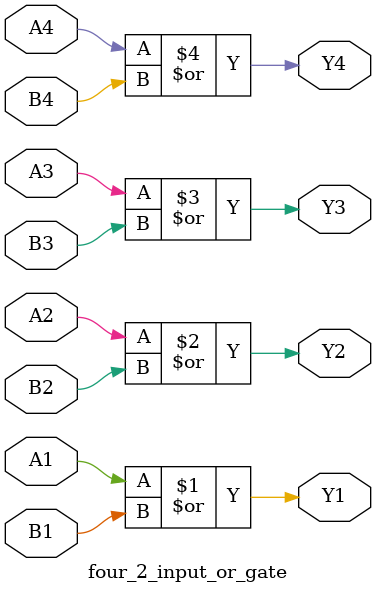
<source format=v>
`timescale 1ns / 1ps


module four_2_input_or_gate #(parameter Delay = 0)(
    input wire A1,B1,A2,B2,A3,B3,A4,B4,
    output wire Y1,Y2,Y3,Y4
    );
    
    or #Delay (Y1,A1,B1);
    or #Delay (Y2,A2,B2);
    or #Delay (Y3,A3,B3);
    or #Delay (Y4,A4,B4);
    
endmodule

</source>
